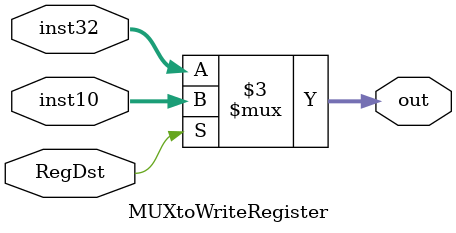
<source format=v>
`timescale 1ns / 1ps
module MUXtoWriteRegister(
    input [1:0] inst32,
    input [1:0] inst10,
    input RegDst,
    output reg [1:0] out
    );
	 
	 always @(*) begin
	    out = (RegDst == 1'b0) ? inst32 : inst10;
	 end

endmodule

</source>
